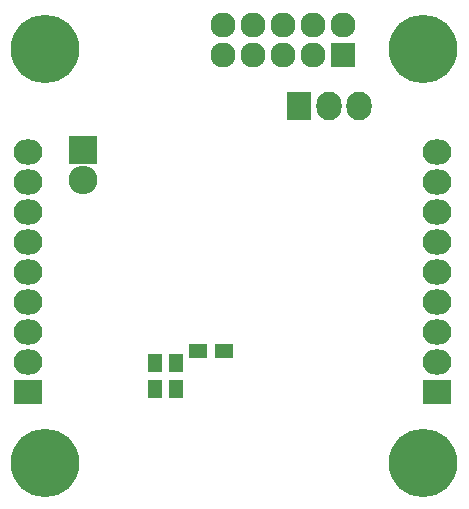
<source format=gbs>
G04 #@! TF.FileFunction,Soldermask,Bot*
%FSLAX46Y46*%
G04 Gerber Fmt 4.6, Leading zero omitted, Abs format (unit mm)*
G04 Created by KiCad (PCBNEW 4.0.2-stable) date 4/9/2016 9:23:23 PM*
%MOMM*%
G01*
G04 APERTURE LIST*
%ADD10C,0.100000*%
%ADD11C,5.800000*%
%ADD12R,2.127200X2.127200*%
%ADD13O,2.127200X2.127200*%
%ADD14R,1.300000X1.600000*%
%ADD15R,1.600000X1.300000*%
%ADD16R,2.432000X2.432000*%
%ADD17O,2.432000X2.432000*%
%ADD18R,2.127200X2.432000*%
%ADD19O,2.127200X2.432000*%
%ADD20R,2.432000X2.127200*%
%ADD21O,2.432000X2.127200*%
G04 APERTURE END LIST*
D10*
D11*
X84000000Y-124000000D03*
X116000000Y-124000000D03*
X116000000Y-89000000D03*
D12*
X109199680Y-89468960D03*
D13*
X109199680Y-86928960D03*
X106659680Y-89468960D03*
X106659680Y-86928960D03*
X104119680Y-89468960D03*
X104119680Y-86928960D03*
X101579680Y-89468960D03*
X101579680Y-86928960D03*
X99039680Y-89468960D03*
X99039680Y-86928960D03*
D14*
X95050000Y-117800000D03*
X95050000Y-115600000D03*
D15*
X99125000Y-114525000D03*
X96925000Y-114525000D03*
D14*
X93275000Y-117800000D03*
X93275000Y-115600000D03*
D16*
X87150000Y-97500000D03*
D17*
X87150000Y-100040000D03*
D18*
X105481120Y-93817440D03*
D19*
X108021120Y-93817440D03*
X110561120Y-93817440D03*
D20*
X82500000Y-118000000D03*
D21*
X82500000Y-115460000D03*
X82500000Y-112920000D03*
X82500000Y-110380000D03*
X82500000Y-107840000D03*
X82500000Y-105300000D03*
X82500000Y-102760000D03*
X82500000Y-100220000D03*
X82500000Y-97680000D03*
D11*
X84000000Y-89000000D03*
D20*
X117124480Y-118000000D03*
D21*
X117124480Y-115460000D03*
X117124480Y-112920000D03*
X117124480Y-110380000D03*
X117124480Y-107840000D03*
X117124480Y-105300000D03*
X117124480Y-102760000D03*
X117124480Y-100220000D03*
X117124480Y-97680000D03*
M02*

</source>
